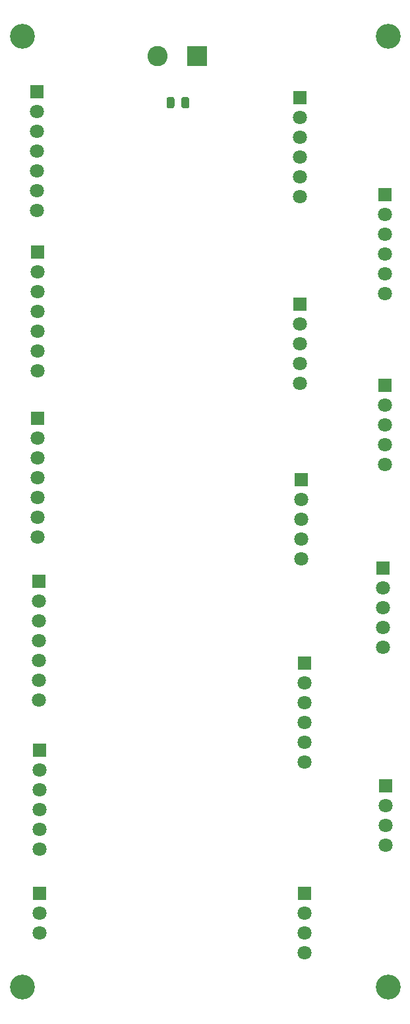
<source format=gbs>
%TF.GenerationSoftware,KiCad,Pcbnew,(5.1.10-1-10_14)*%
%TF.CreationDate,2022-05-17T16:12:05+03:00*%
%TF.ProjectId,Logic_signal_amplifier,4c6f6769-635f-4736-9967-6e616c5f616d,rev?*%
%TF.SameCoordinates,Original*%
%TF.FileFunction,Soldermask,Bot*%
%TF.FilePolarity,Negative*%
%FSLAX46Y46*%
G04 Gerber Fmt 4.6, Leading zero omitted, Abs format (unit mm)*
G04 Created by KiCad (PCBNEW (5.1.10-1-10_14)) date 2022-05-17 16:12:05*
%MOMM*%
%LPD*%
G01*
G04 APERTURE LIST*
%ADD10C,1.800000*%
%ADD11R,1.800000X1.800000*%
%ADD12C,3.200000*%
%ADD13C,2.600000*%
%ADD14R,2.600000X2.600000*%
G04 APERTURE END LIST*
D10*
%TO.C,J16*%
X133300000Y-153620000D03*
X133300000Y-148540000D03*
D11*
X133300000Y-146000000D03*
D10*
X133300000Y-151080000D03*
%TD*%
%TO.C,J6*%
X99200000Y-148540000D03*
X99200000Y-151080000D03*
D11*
X99200000Y-146000000D03*
%TD*%
D12*
%TO.C,H4*%
X144000000Y-158000000D03*
%TD*%
%TO.C,H3*%
X97000000Y-158000000D03*
%TD*%
%TO.C,H2*%
X144000000Y-36000000D03*
%TD*%
%TO.C,H1*%
X97000000Y-36000000D03*
%TD*%
D13*
%TO.C,J7*%
X114420000Y-38500000D03*
D14*
X119500000Y-38500000D03*
%TD*%
D10*
%TO.C,J15*%
X143700000Y-139820000D03*
X143700000Y-134740000D03*
D11*
X143700000Y-132200000D03*
D10*
X143700000Y-137280000D03*
%TD*%
D11*
%TO.C,J14*%
X133300000Y-116400000D03*
D10*
X133300000Y-118940000D03*
X133300000Y-121480000D03*
X133300000Y-124020000D03*
X133300000Y-126560000D03*
X133300000Y-129100000D03*
%TD*%
%TO.C,J13*%
X143300000Y-114360000D03*
X143300000Y-111820000D03*
X143300000Y-109280000D03*
X143300000Y-106740000D03*
D11*
X143300000Y-104200000D03*
%TD*%
D10*
%TO.C,J12*%
X132800000Y-103060000D03*
X132800000Y-100520000D03*
X132800000Y-97980000D03*
X132800000Y-95440000D03*
D11*
X132800000Y-92900000D03*
%TD*%
D10*
%TO.C,J11*%
X143600000Y-90960000D03*
X143600000Y-88420000D03*
X143600000Y-85880000D03*
X143600000Y-83340000D03*
D11*
X143600000Y-80800000D03*
%TD*%
D10*
%TO.C,J10*%
X132700000Y-80560000D03*
X132700000Y-78020000D03*
X132700000Y-75480000D03*
X132700000Y-72940000D03*
D11*
X132700000Y-70400000D03*
%TD*%
%TO.C,J9*%
X143600000Y-56300000D03*
D10*
X143600000Y-58840000D03*
X143600000Y-61380000D03*
X143600000Y-63920000D03*
X143600000Y-66460000D03*
X143600000Y-69000000D03*
%TD*%
D11*
%TO.C,J8*%
X132700000Y-43900000D03*
D10*
X132700000Y-46440000D03*
X132700000Y-48980000D03*
X132700000Y-51520000D03*
X132700000Y-54060000D03*
X132700000Y-56600000D03*
%TD*%
D11*
%TO.C,J5*%
X99200000Y-127600000D03*
D10*
X99200000Y-130140000D03*
X99200000Y-132680000D03*
X99200000Y-135220000D03*
X99200000Y-137760000D03*
X99200000Y-140300000D03*
%TD*%
%TO.C,J4*%
X99100000Y-113520000D03*
X99100000Y-110980000D03*
X99100000Y-118600000D03*
D11*
X99100000Y-105900000D03*
D10*
X99100000Y-116060000D03*
X99100000Y-108440000D03*
X99100000Y-121140000D03*
%TD*%
%TO.C,J3*%
X99000000Y-92660000D03*
X99000000Y-90120000D03*
X99000000Y-97740000D03*
D11*
X99000000Y-85040000D03*
D10*
X99000000Y-95200000D03*
X99000000Y-87580000D03*
X99000000Y-100280000D03*
%TD*%
%TO.C,J2*%
X99000000Y-71320000D03*
X99000000Y-68780000D03*
X99000000Y-76400000D03*
D11*
X99000000Y-63700000D03*
D10*
X99000000Y-73860000D03*
X99000000Y-66240000D03*
X99000000Y-78940000D03*
%TD*%
%TO.C,J1*%
X98900000Y-50720000D03*
X98900000Y-48180000D03*
X98900000Y-55800000D03*
D11*
X98900000Y-43100000D03*
D10*
X98900000Y-53260000D03*
X98900000Y-45640000D03*
X98900000Y-58340000D03*
%TD*%
%TO.C,C1*%
G36*
G01*
X116550000Y-44025000D02*
X116550000Y-44975000D01*
G75*
G02*
X116300000Y-45225000I-250000J0D01*
G01*
X115800000Y-45225000D01*
G75*
G02*
X115550000Y-44975000I0J250000D01*
G01*
X115550000Y-44025000D01*
G75*
G02*
X115800000Y-43775000I250000J0D01*
G01*
X116300000Y-43775000D01*
G75*
G02*
X116550000Y-44025000I0J-250000D01*
G01*
G37*
G36*
G01*
X118450000Y-44025000D02*
X118450000Y-44975000D01*
G75*
G02*
X118200000Y-45225000I-250000J0D01*
G01*
X117700000Y-45225000D01*
G75*
G02*
X117450000Y-44975000I0J250000D01*
G01*
X117450000Y-44025000D01*
G75*
G02*
X117700000Y-43775000I250000J0D01*
G01*
X118200000Y-43775000D01*
G75*
G02*
X118450000Y-44025000I0J-250000D01*
G01*
G37*
%TD*%
M02*

</source>
